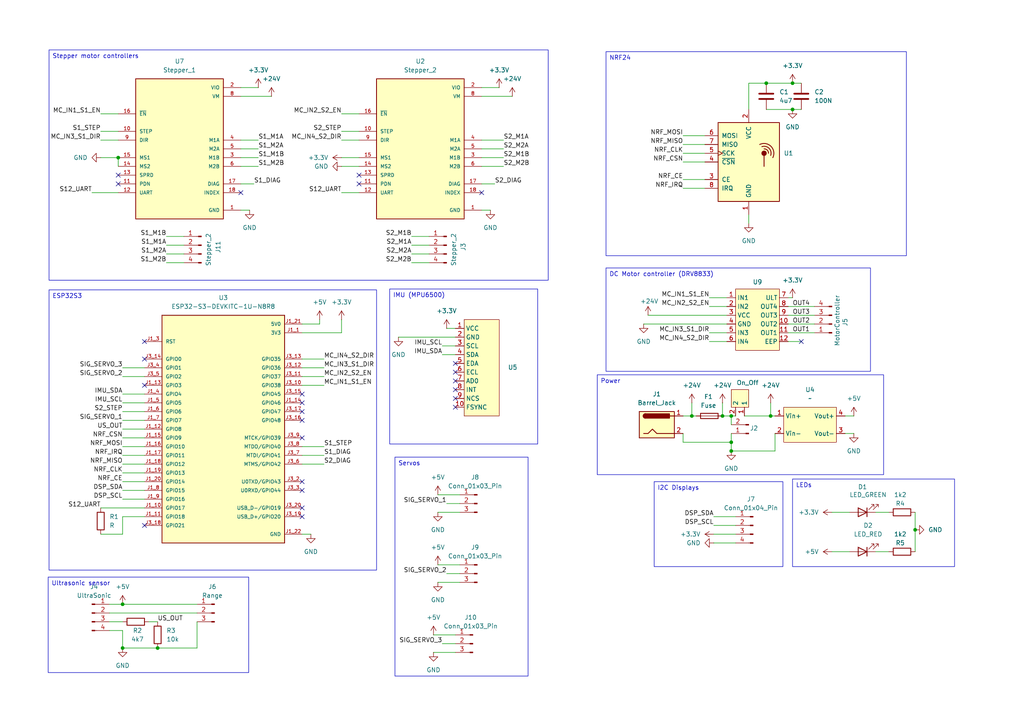
<source format=kicad_sch>
(kicad_sch (version 20250114) (generator "eeschema") (generator_version "9.0")
  (paper "A4")
  (title_block (title "Self balancing robot") (date "2026-02-25") (rev "1.0") (comment 1 "PCB to connect the various boards required for the self balancing robot project"))
  (lib_symbols
    (symbol "Connector:Conn_01x02_Pin" (pin_names (offset 1.016) (hide yes))
      (property "Reference" "J" (at 0 2.54 0))
      (property "Value" "Conn_01x02_Pin" (at 0 -5.08 0))
      (symbol "Conn_01x02_Pin_1_1"
        (pin passive line (at 5.08 0 180) (length 3.81) (name "Pin_1") (number "1"))
        (pin passive line (at 5.08 -2.54 180) (length 3.81) (name "Pin_2") (number "2"))
      )
    )
    (symbol "Connector:Conn_01x03_Pin" (pin_names (offset 1.016) (hide yes))
      (property "Reference" "J" (at 0 5.08 0))
      (property "Value" "Conn_01x03_Pin" (at 0 -5.08 0))
      (symbol "Conn_01x03_Pin_1_1"
        (pin passive line (at 5.08 2.54 180) (length 3.81) (name "Pin_1") (number "1"))
        (pin passive line (at 5.08 0 180) (length 3.81) (name "Pin_2") (number "2"))
        (pin passive line (at 5.08 -2.54 180) (length 3.81) (name "Pin_3") (number "3"))
      )
    )
    (symbol "Device:C" (pin_numbers (hide yes)) (pin_names (offset 0.254))
      (property "Reference" "C" (at 0.635 2.54 0))
      (property "Value" "C" (at 0.635 -2.54 0))
      (symbol "C_1_1"
        (pin passive line (at 0 3.81 270) (length 2.794) (name "~") (number "1"))
        (pin passive line (at 0 -3.81 90) (length 2.794) (name "~") (number "2"))
      )
    )
    (symbol "Device:LED" (pin_numbers (hide yes)) (pin_names (offset 1.016) (hide yes))
      (property "Reference" "D" (at 0 2.54 0))
      (property "Value" "LED" (at 0 -2.54 0))
      (symbol "LED_1_1"
        (pin passive line (at -3.81 0 0) (length 2.54) (name "K") (number "1"))
        (pin passive line (at 3.81 0 180) (length 2.54) (name "A") (number "2"))
      )
    )
    (symbol "Device:R" (pin_numbers (hide yes)) (pin_names (offset 0))
      (property "Reference" "R" (at 2.032 0 90))
      (property "Value" "R" (at 0 0 90))
      (symbol "R_1_1"
        (pin passive line (at 0 3.81 270) (length 1.27) (name "~") (number "1"))
        (pin passive line (at 0 -3.81 90) (length 1.27) (name "~") (number "2"))
      )
    )
    (symbol "Mechanical:MountingHole_Pad" (pin_numbers (hide yes)) (pin_names (offset 1.016) (hide yes)) (in_bom no)
      (property "Reference" "H" (at 0 6.35 0))
      (property "Value" "MountingHole_Pad" (at 0 4.445 0))
      (symbol "MountingHole_Pad_1_1"
        (pin input line (at 0 -2.54 90) (length 2.54) (name "1") (number "1"))
      )
    )
    (symbol "PVDW_custom:2Pin_generic"
      (property "Value" "CON**" (at 2.54 3.81 0))
      (symbol "2Pin_generic_1_1"
        (pin power_out line (at 7.62 1.27 180) (length 2.54) (name "1") (number "1"))
        (pin power_out line (at 7.62 -1.27 180) (length 2.54) (name "2") (number "2"))
      )
    )
    (symbol "PVDW_custom:Barrel_Jack" (pin_names (offset 1.016))
      (property "Reference" "J" (at 0 5.334 0))
      (property "Value" "Barrel_Jack" (at 0 -5.08 0))
      (symbol "Barrel_Jack_1_1"
        (pin power_out line (at 7.62 2.54 180) (length 2.54) (name "~") (number "1"))
        (pin power_out line (at 7.62 -2.54 180) (length 2.54) (name "~") (number "2"))
      )
    )
    (symbol "PVDW_custom:Conn_01x04_Pin" (pin_names (offset 1.016) (hide yes))
      (property "Reference" "J" (at 0 5.08 0))
      (property "Value" "Conn_01x04_Pin" (at 0 -7.62 0))
      (symbol "Conn_01x04_Pin_1_1"
        (pin passive line (at 5.08 2.54 180) (length 3.81) (name "Pin_1") (number "1"))
        (pin passive line (at 5.08 0 180) (length 3.81) (name "Pin_2") (number "2"))
        (pin passive line (at 5.08 -2.54 180) (length 3.81) (name "Pin_3") (number "3"))
        (pin passive line (at 5.08 -5.08 180) (length 3.81) (name "Pin_4") (number "4"))
      )
    )
    (symbol "PVDW_custom:ESP32-S3-DEVKITC-1U-N8R8" (pin_names (offset 1.016))
      (property "Reference" "U" (at -17.78 33.782 0))
      (property "Value" "ESP32-S3-DEVKITC-1U-N8R8" (at -17.78 -35.56 0))
      (symbol "ESP32-S3-DEVKITC-1U-N8R8_0_0"
        (pin input line (at -22.86 25.4 0) (length 5.08) (name "RST") (number "J1_3"))
        (pin bidirectional line (at -22.86 20.32 0) (length 5.08) (name "GPIO0") (number "J3_14"))
        (pin bidirectional line (at -22.86 17.78 0) (length 5.08) (name "GPIO1") (number "J3_4"))
        (pin bidirectional line (at -22.86 15.24 0) (length 5.08) (name "GPIO2") (number "J3_5"))
        (pin bidirectional line (at -22.86 12.7 0) (length 5.08) (name "GPIO3") (number "J1_13"))
        (pin bidirectional line (at -22.86 10.16 0) (length 5.08) (name "GPIO4") (number "J1_4"))
        (pin bidirectional line (at -22.86 7.62 0) (length 5.08) (name "GPIO5") (number "J1_5"))
        (pin bidirectional line (at -22.86 5.08 0) (length 5.08) (name "GPIO6") (number "J1_6"))
        (pin bidirectional line (at -22.86 2.54 0) (length 5.08) (name "GPIO7") (number "J1_7"))
        (pin bidirectional line (at -22.86 0 0) (length 5.08) (name "GPIO8") (number "J1_12"))
        (pin bidirectional line (at -22.86 -2.54 0) (length 5.08) (name "GPIO9") (number "J1_15"))
        (pin bidirectional line (at -22.86 -5.08 0) (length 5.08) (name "GPIO10") (number "J1_16"))
        (pin bidirectional line (at -22.86 -7.62 0) (length 5.08) (name "GPIO11") (number "J1_17"))
        (pin bidirectional line (at -22.86 -10.16 0) (length 5.08) (name "GPIO12") (number "J1_18"))
        (pin bidirectional line (at -22.86 -12.7 0) (length 5.08) (name "GPIO13") (number "J1_19"))
        (pin bidirectional line (at -22.86 -15.24 0) (length 5.08) (name "GPIO14") (number "J1_20"))
        (pin bidirectional line (at -22.86 -17.78 0) (length 5.08) (name "GPIO15") (number "J1_8"))
        (pin bidirectional line (at -22.86 -20.32 0) (length 5.08) (name "GPIO16") (number "J1_9"))
        (pin bidirectional line (at -22.86 -22.86 0) (length 5.08) (name "GPIO17") (number "J1_10"))
        (pin bidirectional line (at -22.86 -25.4 0) (length 5.08) (name "GPIO18") (number "J1_11"))
        (pin bidirectional line (at -22.86 -27.94 0) (length 5.08) (name "GPIO21") (number "J3_18"))
        (pin power_in line (at 22.86 30.48 180) (length 5.08) (name "5V0") (number "J1_21"))
        (pin power_in line (at 22.86 27.94 180) (length 5.08) (hide yes) (name "3V3") (number "J1_2"))
        (pin bidirectional line (at 22.86 20.32 180) (length 5.08) (name "GPIO35") (number "J3_13"))
        (pin bidirectional line (at 22.86 17.78 180) (length 5.08) (name "GPIO36") (number "J3_12"))
        (pin bidirectional line (at 22.86 15.24 180) (length 5.08) (name "GPIO37") (number "J3_11"))
        (pin bidirectional line (at 22.86 12.7 180) (length 5.08) (name "GPIO38") (number "J3_10"))
        (pin bidirectional line (at 22.86 10.16 180) (length 5.08) (name "GPIO45") (number "J3_15"))
        (pin bidirectional line (at 22.86 7.62 180) (length 5.08) (name "GPIO46") (number "J1_14"))
        (pin bidirectional line (at 22.86 5.08 180) (length 5.08) (name "GPIO47") (number "J3_17"))
        (pin bidirectional line (at 22.86 2.54 180) (length 5.08) (name "GPIO48") (number "J3_16"))
        (pin bidirectional line (at 22.86 -2.54 180) (length 5.08) (name "MTCK/GPIO39") (number "J3_9"))
        (pin bidirectional line (at 22.86 -5.08 180) (length 5.08) (name "MTDO/GPIO40") (number "J3_8"))
        (pin bidirectional line (at 22.86 -7.62 180) (length 5.08) (name "MTDI/GPIO41") (number "J3_7"))
        (pin bidirectional line (at 22.86 -10.16 180) (length 5.08) (name "MTMS/GPIO42") (number "J3_6"))
        (pin bidirectional line (at 22.86 -15.24 180) (length 5.08) (name "U0TXD/GPIO43") (number "J3_2"))
        (pin bidirectional line (at 22.86 -17.78 180) (length 5.08) (name "U0RXD/GPIO44") (number "J3_3"))
        (pin bidirectional line (at 22.86 -22.86 180) (length 5.08) (name "USB_D-/GPIO19") (number "J3_20"))
        (pin bidirectional line (at 22.86 -25.4 180) (length 5.08) (name "USB_D+/GPIO20") (number "J3_19"))
        (pin power_in line (at 22.86 -30.48 180) (length 5.08) (name "GND") (number "J1_22"))
        (pin power_in line (at 22.86 -30.48 180) (length 5.08) (hide yes) (name "GND") (number "J3_1"))
        (pin power_in line (at 22.86 -30.48 180) (length 5.08) (hide yes) (name "GND") (number "J3_21"))
        (pin power_in line (at 22.86 -30.48 180) (length 5.08) (hide yes) (name "GND") (number "J3_22"))
      )
      (symbol "ESP32-S3-DEVKITC-1U-N8R8_1_0"
        (pin power_out line (at 22.86 27.94 180) (length 5.08) (name "3V3") (number "J1_1"))
      )
    )
    (symbol "PVDW_custom:Fuse" (pin_numbers (hide yes)) (pin_names (offset 0))
      (property "Reference" "F" (at 2.032 0 90))
      (property "Value" "Fuse" (at -1.905 0 90))
      (property "Footprint" "PVDW_custom:FUSE_3544-2" (at -1.778 0 90))
      (symbol "Fuse_1_1"
        (pin passive line (at 0 3.81 270) (length 1.27) (name "~") (number "1"))
        (pin passive line (at 0 -3.81 90) (length 1.27) (name "~") (number "2"))
      )
    )
    (symbol "PVDW_custom:LM1584EN"
      (property "Reference" "U" (at 0 0 0))
      (symbol "LM1584EN_1_1"
        (pin power_in line (at -10.16 2.54 0) (length 2.54) (name "Vin+") (number "1"))
        (pin power_in line (at -10.16 -2.54 0) (length 2.54) (name "Vin-") (number "2"))
        (pin power_out line (at 10.16 2.54 180) (length 2.54) (name "Vout+") (number "4"))
        (pin power_in line (at 10.16 -2.54 180) (length 2.54) (name "Vout-") (number "3"))
      )
    )
    (symbol "PVDW_custom:MPU6500"
      (property "Reference" "U" (at 2.54 0 0))
      (symbol "MPU6500_1_1"
        (pin power_in line (at -7.62 12.7 0) (length 2.54) (name "VCC") (number "1"))
        (pin power_in line (at -7.62 10.16 0) (length 2.54) (name "GND") (number "2"))
        (pin bidirectional line (at -7.62 7.62 0) (length 2.54) (name "SCL") (number "3"))
        (pin bidirectional line (at -7.62 5.08 0) (length 2.54) (name "SDA") (number "4"))
        (pin input line (at -7.62 2.54 0) (length 2.54) (name "EDA") (number "5"))
        (pin input line (at -7.62 0 0) (length 2.54) (name "ECL") (number "6"))
        (pin input line (at -7.62 -2.54 0) (length 2.54) (name "AD0") (number "7"))
        (pin input line (at -7.62 -5.08 0) (length 2.54) (name "INT") (number "8"))
        (pin input line (at -7.62 -7.62 0) (length 2.54) (name "NCS") (number "9"))
        (pin input line (at -7.62 -10.16 0) (length 2.54) (name "FSYNC") (number "10"))
      )
    )
    (symbol "PVDW_custom:NRF24L01_Breakout" (pin_names (offset 1.016))
      (property "Reference" "U" (at -8.89 12.7 0))
      (property "Value" "NRF24L01_Breakout" (at 3.81 12.7 0))
      (property "Footprint" "PVDW_custom:nRF24L01_Breakout" (at 3.81 15.24 0))
      (symbol "NRF24L01_Breakout_1_1"
        (pin input line (at -12.7 7.62 0) (length 3.81) (name "MOSI") (number "6"))
        (pin output line (at -12.7 5.08 0) (length 3.81) (name "MISO") (number "7"))
        (pin input clock (at -12.7 2.54 0) (length 3.81) (name "SCK") (number "5"))
        (pin input line (at -12.7 0 0) (length 3.81) (name "~{CSN}") (number "4"))
        (pin input line (at -12.7 -5.08 0) (length 3.81) (name "CE") (number "3"))
        (pin output line (at -12.7 -7.62 0) (length 3.81) (name "IRQ") (number "8"))
        (pin power_in line (at 0 15.24 270) (length 3.81) (name "VCC") (number "2"))
        (pin power_in line (at 0 -15.24 90) (length 3.81) (name "GND") (number "1"))
      )
    )
    (symbol "PVDW_custom:TMC2209_SILENTSTEPSTICK" (pin_names (offset 1.016))
      (property "Reference" "U" (at -12.7 22.86 0))
      (property "Value" "TMC2209_SILENTSTEPSTICK" (at -12.7 -22.86 0))
      (symbol "TMC2209_SILENTSTEPSTICK_0_0"
        (pin input line (at -17.78 10.16 0) (length 5.08) (name "~{EN}") (number "16"))
        (pin input line (at -17.78 5.08 0) (length 5.08) (name "STEP") (number "10"))
        (pin input line (at -17.78 2.54 0) (length 5.08) (name "DIR") (number "9"))
        (pin input line (at -17.78 -2.54 0) (length 5.08) (name "MS1") (number "15"))
        (pin input line (at -17.78 -5.08 0) (length 5.08) (name "MS2") (number "14"))
        (pin input line (at -17.78 -7.62 0) (length 5.08) (name "SPRD") (number "13"))
        (pin bidirectional line (at -17.78 -10.16 0) (length 5.08) (name "PDN") (number "11"))
        (pin bidirectional line (at -17.78 -12.7 0) (length 5.08) (name "UART") (number "12"))
        (pin power_in line (at 17.78 17.78 180) (length 5.08) (name "VIO") (number "2"))
        (pin power_in line (at 17.78 15.24 180) (length 5.08) (name "VM") (number "8"))
        (pin power_in line (at 17.78 -17.78 180) (length 5.08) (name "GND") (number "1"))
        (pin power_in line (at 17.78 -17.78 180) (length 5.08) (hide yes) (name "GND") (number "7"))
      )
      (symbol "TMC2209_SILENTSTEPSTICK_1_0"
        (pin input line (at 17.78 2.54 180) (length 5.08) (name "M1A") (number "4"))
        (pin input line (at 17.78 0 180) (length 5.08) (name "M2A") (number "5"))
        (pin input line (at 17.78 -2.54 180) (length 5.08) (name "M1B") (number "3"))
        (pin input line (at 17.78 -5.08 180) (length 5.08) (name "M2B") (number "6"))
        (pin output line (at 17.78 -10.16 180) (length 5.08) (name "DIAG") (number "17"))
        (pin output line (at 17.78 -12.7 180) (length 5.08) (name "INDEX") (number "18"))
      )
    )
    (symbol "PVDW_custom:drv8833_board"
      (property "Reference" "U" (at 0 0 0))
      (symbol "drv8833_board_1_1"
        (pin input line (at -8.89 6.35 0) (length 2.54) (name "IN1") (number "1"))
        (pin input line (at -8.89 3.81 0) (length 2.54) (name "IN2") (number "2"))
        (pin power_in line (at -8.89 1.27 0) (length 2.54) (name "VCC") (number "3"))
        (pin power_in line (at -8.89 -1.27 0) (length 2.54) (name "GND") (number "4"))
        (pin input line (at -8.89 -3.81 0) (length 2.54) (name "IN3") (number "5"))
        (pin input line (at -8.89 -6.35 0) (length 2.54) (name "IN4") (number "6"))
        (pin output line (at 8.89 6.35 180) (length 2.54) (name "ULT") (number "7"))
        (pin output line (at 8.89 3.81 180) (length 2.54) (name "OUT4") (number "8"))
        (pin output line (at 8.89 1.27 180) (length 2.54) (name "OUT3") (number "9"))
        (pin output line (at 8.89 -1.27 180) (length 2.54) (name "OUT2") (number "10"))
        (pin output line (at 8.89 -3.81 180) (length 2.54) (name "OUT1") (number "11"))
        (pin output line (at 8.89 -6.35 180) (length 2.54) (name "EEP") (number "12"))
      )
    )
    (symbol "power:+24V" (power) (pin_numbers (hide yes)) (pin_names (offset 0) (hide yes))
      (property "Value" "+24V" (at 0 3.556 0))
      (symbol "+24V_1_1"
        (pin power_in line (at 0 0 90) (length 0) (name "~") (number "1"))
      )
    )
    (symbol "power:+3.3V" (power) (pin_numbers (hide yes)) (pin_names (offset 0) (hide yes))
      (property "Value" "+3.3V" (at 0 3.556 0))
      (symbol "+3.3V_1_1"
        (pin power_in line (at 0 0 90) (length 0) (name "~") (number "1"))
      )
    )
    (symbol "power:+5V" (power) (pin_numbers (hide yes)) (pin_names (offset 0) (hide yes))
      (property "Value" "+5V" (at 0 3.556 0))
      (symbol "+5V_1_1"
        (pin power_in line (at 0 0 90) (length 0) (name "~") (number "1"))
      )
    )
    (symbol "power:GND" (power) (pin_numbers (hide yes)) (pin_names (offset 0) (hide yes))
      (property "Value" "GND" (at 0 -3.81 0))
      (symbol "GND_1_1"
        (pin power_in line (at 0 0 270) (length 0) (name "~") (number "1"))
      )
    )
  )
  (text_box "Servos" (at 114.554 132.588 0) (size 38.608 63.5) (margins 0.9525 0.9525 0.9525 0.9525) (effects (font (size 1.27 1.27)) (justify left top)))
  (text_box "NRF24" (at 175.768 14.986 0) (size 87.122 59.182) (margins 0.9525 0.9525 0.9525 0.9525) (effects (font (size 1.27 1.27)) (justify left top)))
  (text_box "Stepper motor controllers" (at 14.224 14.478 0) (size 144.78 66.802) (margins 0.9525 0.9525 0.9525 0.9525) (effects (font (size 1.27 1.27)) (justify left top)))
  (text_box "Power" (at 173.228 108.712 0) (size 83.058 28.956) (margins 0.9525 0.9525 0.9525 0.9525) (effects (font (size 1.27 1.27)) (justify left top)))
  (text_box "LEDs" (at 229.87 138.938 0) (size 46.99 25.4) (margins 0.9525 0.9525 0.9525 0.9525) (effects (font (size 1.27 1.27)) (justify left top)))
  (text_box "I2C Displays" (at 189.738 139.7 0) (size 37.338 24.638) (margins 0.9525 0.9525 0.9525 0.9525) (effects (font (size 1.27 1.27)) (justify left top)))
  (text_box "IMU (MPU6500)" (at 113.03 83.82 0) (size 42.926 44.958) (margins 0.9525 0.9525 0.9525 0.9525) (effects (font (size 1.27 1.27)) (justify left top)))
  (text_box "DC Motor controller (DRV8833)" (at 175.768 77.724 0) (size 76.708 29.972) (margins 0.9525 0.9525 0.9525 0.9525) (effects (font (size 1.27 1.27)) (justify left top)))
  (text_box "Ultrasonic sensor" (at 13.97 167.386 0) (size 58.166 27.686) (margins 0.9525 0.9525 0.9525 0.9525) (effects (font (size 1.27 1.27)) (justify left top)))
  (text_box "ESP32S3" (at 14.224 84.074 0) (size 94.996 81.28) (margins 0.9525 0.9525 0.9525 0.9525) (effects (font (size 1.27 1.27)) (justify left top)))
  (junction (at 265.43 153.67))
  (junction (at 45.72 187.96))
  (junction (at 212.09 120.65))
  (junction (at 212.09 130.81))
  (junction (at 222.25 24.13))
  (junction (at 229.87 24.13))
  (junction (at 35.56 175.26))
  (junction (at 223.52 120.65))
  (junction (at 35.56 187.96))
  (junction (at 229.87 31.75))
  (junction (at 212.09 128.27))
  (junction (at 200.66 120.65))
  (junction (at 209.55 120.65))
  (junction (at 34.29 45.72))
  (no_connect (at 41.91 152.4))
  (no_connect (at 41.91 111.76))
  (no_connect (at 132.08 118.11))
  (no_connect (at 132.08 113.03))
  (no_connect (at 232.41 99.06))
  (no_connect (at 41.91 99.06))
  (no_connect (at 87.63 121.92))
  (no_connect (at 34.29 53.34))
  (no_connect (at 34.29 50.8))
  (no_connect (at 87.63 127))
  (no_connect (at 139.7 55.88))
  (no_connect (at 87.63 149.86))
  (no_connect (at 41.91 104.14))
  (no_connect (at 132.08 110.49))
  (no_connect (at 87.63 139.7))
  (no_connect (at 132.08 115.57))
  (no_connect (at 104.14 50.8))
  (no_connect (at 104.14 53.34))
  (no_connect (at 87.63 147.32))
  (no_connect (at 87.63 114.3))
  (no_connect (at 132.08 107.95))
  (no_connect (at 69.85 55.88))
  (no_connect (at 87.63 116.84))
  (no_connect (at 87.63 119.38))
  (no_connect (at 132.08 105.41))
  (no_connect (at 87.63 142.24))
  (wire (pts (xy 139.7 25.4) (xy 144.78 25.4)))
  (wire (pts (xy 87.63 154.94) (xy 90.17 154.94)))
  (wire (pts (xy 119.38 68.58) (xy 124.46 68.58)))
  (wire (pts (xy 48.26 73.66) (xy 53.34 73.66)))
  (wire (pts (xy 229.87 24.13) (xy 232.41 24.13)))
  (wire (pts (xy 228.6 93.98) (xy 236.22 93.98)))
  (wire (pts (xy 35.56 154.94) (xy 29.21 154.94)))
  (wire (pts (xy 99.06 96.52) (xy 99.06 92.71)))
  (wire (pts (xy 31.75 182.88) (xy 35.56 182.88)))
  (wire (pts (xy 29.21 147.32) (xy 41.91 147.32)))
  (wire (pts (xy 99.06 55.88) (xy 104.14 55.88)))
  (wire (pts (xy 254 160.02) (xy 257.81 160.02)))
  (wire (pts (xy 99.06 33.02) (xy 104.14 33.02)))
  (wire (pts (xy 35.56 187.96) (xy 45.72 187.96)))
  (wire (pts (xy 129.54 95.25) (xy 132.08 95.25)))
  (wire (pts (xy 217.17 24.13) (xy 217.17 31.75)))
  (wire (pts (xy 224.79 130.81) (xy 212.09 130.81)))
  (wire (pts (xy 87.63 104.14) (xy 93.98 104.14)))
  (wire (pts (xy 205.74 99.06) (xy 210.82 99.06)))
  (wire (pts (xy 186.69 93.98) (xy 210.82 93.98)))
  (wire (pts (xy 228.6 86.36) (xy 229.87 86.36)))
  (wire (pts (xy 241.3 160.02) (xy 246.38 160.02)))
  (wire (pts (xy 48.26 68.58) (xy 53.34 68.58)))
  (wire (pts (xy 35.56 106.68) (xy 41.91 106.68)))
  (wire (pts (xy 87.63 129.54) (xy 93.98 129.54)))
  (wire (pts (xy 35.56 109.22) (xy 41.91 109.22)))
  (wire (pts (xy 119.38 71.12) (xy 124.46 71.12)))
  (wire (pts (xy 35.56 182.88) (xy 35.56 187.96)))
  (wire (pts (xy 129.54 166.37) (xy 133.35 166.37)))
  (wire (pts (xy 207.01 149.86) (xy 213.36 149.86)))
  (wire (pts (xy 200.66 120.65) (xy 201.93 120.65)))
  (wire (pts (xy 212.09 125.73) (xy 212.09 128.27)))
  (wire (pts (xy 207.01 154.94) (xy 213.36 154.94)))
  (wire (pts (xy 222.25 24.13) (xy 229.87 24.13)))
  (wire (pts (xy 129.54 146.05) (xy 133.35 146.05)))
  (wire (pts (xy 198.12 44.45) (xy 204.47 44.45)))
  (wire (pts (xy 207.01 152.4) (xy 213.36 152.4)))
  (wire (pts (xy 99.06 45.72) (xy 104.14 45.72)))
  (wire (pts (xy 139.7 48.26) (xy 146.05 48.26)))
  (wire (pts (xy 127 163.83) (xy 133.35 163.83)))
  (wire (pts (xy 87.63 109.22) (xy 93.98 109.22)))
  (wire (pts (xy 34.29 45.72) (xy 34.29 48.26)))
  (wire (pts (xy 35.56 114.3) (xy 41.91 114.3)))
  (wire (pts (xy 57.15 180.34) (xy 57.15 187.96)))
  (wire (pts (xy 139.7 43.18) (xy 146.05 43.18)))
  (wire (pts (xy 87.63 132.08) (xy 93.98 132.08)))
  (wire (pts (xy 228.6 96.52) (xy 236.22 96.52)))
  (wire (pts (xy 198.12 128.27) (xy 198.12 125.73)))
  (wire (pts (xy 119.38 76.2) (xy 124.46 76.2)))
  (wire (pts (xy 127 168.91) (xy 133.35 168.91)))
  (wire (pts (xy 69.85 48.26) (xy 74.93 48.26)))
  (wire (pts (xy 265.43 153.67) (xy 265.43 160.02)))
  (wire (pts (xy 69.85 25.4) (xy 74.93 25.4)))
  (wire (pts (xy 200.66 116.84) (xy 200.66 120.65)))
  (wire (pts (xy 35.56 119.38) (xy 41.91 119.38)))
  (wire (pts (xy 265.43 148.59) (xy 265.43 153.67)))
  (wire (pts (xy 26.67 55.88) (xy 34.29 55.88)))
  (wire (pts (xy 198.12 39.37) (xy 204.47 39.37)))
  (wire (pts (xy 31.75 177.8) (xy 57.15 177.8)))
  (wire (pts (xy 207.01 157.48) (xy 213.36 157.48)))
  (wire (pts (xy 139.7 40.64) (xy 146.05 40.64)))
  (wire (pts (xy 125.73 189.23) (xy 132.08 189.23)))
  (wire (pts (xy 92.71 93.98) (xy 92.71 92.71)))
  (wire (pts (xy 223.52 116.84) (xy 223.52 120.65)))
  (wire (pts (xy 31.75 175.26) (xy 35.56 175.26)))
  (wire (pts (xy 69.85 27.94) (xy 78.74 27.94)))
  (wire (pts (xy 87.63 111.76) (xy 93.98 111.76)))
  (wire (pts (xy 222.25 31.75) (xy 229.87 31.75)))
  (wire (pts (xy 209.55 116.84) (xy 209.55 120.65)))
  (wire (pts (xy 127 143.51) (xy 133.35 143.51)))
  (wire (pts (xy 205.74 86.36) (xy 210.82 86.36)))
  (wire (pts (xy 198.12 46.99) (xy 204.47 46.99)))
  (wire (pts (xy 198.12 41.91) (xy 204.47 41.91)))
  (wire (pts (xy 35.56 132.08) (xy 41.91 132.08)))
  (wire (pts (xy 128.27 100.33) (xy 132.08 100.33)))
  (wire (pts (xy 35.56 121.92) (xy 41.91 121.92)))
  (wire (pts (xy 35.56 137.16) (xy 41.91 137.16)))
  (wire (pts (xy 241.3 148.59) (xy 246.38 148.59)))
  (wire (pts (xy 228.6 88.9) (xy 236.22 88.9)))
  (wire (pts (xy 228.6 91.44) (xy 236.22 91.44)))
  (wire (pts (xy 254 148.59) (xy 257.81 148.59)))
  (wire (pts (xy 35.56 149.86) (xy 35.56 154.94)))
  (wire (pts (xy 139.7 27.94) (xy 148.59 27.94)))
  (wire (pts (xy 223.52 120.65) (xy 224.79 120.65)))
  (wire (pts (xy 29.21 40.64) (xy 34.29 40.64)))
  (wire (pts (xy 128.27 102.87) (xy 132.08 102.87)))
  (wire (pts (xy 212.09 120.65) (xy 213.36 120.65)))
  (wire (pts (xy 228.6 99.06) (xy 232.41 99.06)))
  (wire (pts (xy 125.73 184.15) (xy 132.08 184.15)))
  (wire (pts (xy 119.38 73.66) (xy 124.46 73.66)))
  (wire (pts (xy 69.85 40.64) (xy 74.93 40.64)))
  (wire (pts (xy 205.74 88.9) (xy 210.82 88.9)))
  (wire (pts (xy 209.55 120.65) (xy 212.09 120.65)))
  (wire (pts (xy 99.06 48.26) (xy 104.14 48.26)))
  (wire (pts (xy 87.63 134.62) (xy 93.98 134.62)))
  (wire (pts (xy 139.7 53.34) (xy 143.51 53.34)))
  (wire (pts (xy 43.18 180.34) (xy 45.72 180.34)))
  (wire (pts (xy 115.57 97.79) (xy 132.08 97.79)))
  (wire (pts (xy 35.56 175.26) (xy 57.15 175.26)))
  (wire (pts (xy 35.56 127) (xy 41.91 127)))
  (wire (pts (xy 212.09 120.65) (xy 212.09 123.19)))
  (wire (pts (xy 212.09 130.81) (xy 212.09 128.27)))
  (wire (pts (xy 87.63 93.98) (xy 92.71 93.98)))
  (wire (pts (xy 35.56 139.7) (xy 41.91 139.7)))
  (wire (pts (xy 198.12 120.65) (xy 200.66 120.65)))
  (wire (pts (xy 29.21 33.02) (xy 34.29 33.02)))
  (wire (pts (xy 69.85 60.96) (xy 72.39 60.96)))
  (wire (pts (xy 57.15 187.96) (xy 45.72 187.96)))
  (wire (pts (xy 139.7 60.96) (xy 142.24 60.96)))
  (wire (pts (xy 139.7 45.72) (xy 146.05 45.72)))
  (wire (pts (xy 35.56 116.84) (xy 41.91 116.84)))
  (wire (pts (xy 35.56 129.54) (xy 41.91 129.54)))
  (wire (pts (xy 245.11 125.73) (xy 247.65 125.73)))
  (wire (pts (xy 99.06 38.1) (xy 104.14 38.1)))
  (wire (pts (xy 69.85 43.18) (xy 74.93 43.18)))
  (wire (pts (xy 127 148.59) (xy 133.35 148.59)))
  (wire (pts (xy 48.26 71.12) (xy 53.34 71.12)))
  (wire (pts (xy 224.79 125.73) (xy 224.79 130.81)))
  (wire (pts (xy 222.25 24.13) (xy 217.17 24.13)))
  (wire (pts (xy 69.85 45.72) (xy 74.93 45.72)))
  (wire (pts (xy 29.21 38.1) (xy 34.29 38.1)))
  (wire (pts (xy 87.63 96.52) (xy 99.06 96.52)))
  (wire (pts (xy 29.21 45.72) (xy 34.29 45.72)))
  (wire (pts (xy 198.12 54.61) (xy 204.47 54.61)))
  (wire (pts (xy 35.56 124.46) (xy 41.91 124.46)))
  (wire (pts (xy 229.87 31.75) (xy 232.41 31.75)))
  (wire (pts (xy 198.12 52.07) (xy 204.47 52.07)))
  (wire (pts (xy 245.11 120.65) (xy 247.65 120.65)))
  (wire (pts (xy 217.17 62.23) (xy 217.17 64.77)))
  (wire (pts (xy 31.75 180.34) (xy 35.56 180.34)))
  (wire (pts (xy 35.56 142.24) (xy 41.91 142.24)))
  (wire (pts (xy 87.63 106.68) (xy 93.98 106.68)))
  (wire (pts (xy 69.85 53.34) (xy 73.66 53.34)))
  (wire (pts (xy 35.56 134.62) (xy 41.91 134.62)))
  (wire (pts (xy 48.26 76.2) (xy 53.34 76.2)))
  (wire (pts (xy 41.91 149.86) (xy 35.56 149.86)))
  (wire (pts (xy 128.27 186.69) (xy 132.08 186.69)))
  (wire (pts (xy 212.09 128.27) (xy 198.12 128.27)))
  (wire (pts (xy 187.96 91.44) (xy 210.82 91.44)))
  (wire (pts (xy 205.74 96.52) (xy 210.82 96.52)))
  (wire (pts (xy 215.9 120.65) (xy 223.52 120.65)))
  (wire (pts (xy 35.56 144.78) (xy 41.91 144.78)))
  (wire (pts (xy 99.06 40.64) (xy 104.14 40.64)))
  (label "MC_IN3_S1_DIR" (at 93.98 106.68 0))
  (label "NRF_CLK" (at 35.56 137.16 180))
  (label "MC_IN4_S2_DIR" (at 99.06 40.64 180))
  (label "MC_IN2_S2_EN" (at 93.98 109.22 0))
  (label "SIG_SERVO_1" (at 35.56 121.92 180))
  (label "NRF_MISO" (at 198.12 41.91 180))
  (label "NRF_MOSI" (at 35.56 129.54 180))
  (label "SIG_SERVO_2" (at 35.56 109.22 180))
  (label "SIG_SERVO_2" (at 129.54 166.37 180))
  (label "NRF_CE" (at 35.56 139.7 180))
  (label "SIG_SERVO_1" (at 129.54 146.05 180))
  (label "S2_M1A" (at 119.38 71.12 180))
  (label "DSP_SDA" (at 207.01 149.86 180))
  (label "S1_M1A" (at 74.93 40.64 0))
  (label "MC_IN4_S2_DIR" (at 205.74 99.06 180))
  (label "US_OUT" (at 45.72 180.34 0))
  (label "IMU_SDA" (at 35.56 114.3 180))
  (label "MC_IN3_S1_DIR" (at 29.21 40.64 180))
  (label "NRF_CSN" (at 198.12 46.99 180))
  (label "S1_STEP" (at 93.98 129.54 0))
  (label "S2_M2B" (at 119.38 76.2 180))
  (label "S2_M1A" (at 146.05 40.64 0))
  (label "S2_DIAG" (at 93.98 134.62 0))
  (label "NRF_MOSI" (at 198.12 39.37 180))
  (label "NRF_IRQ" (at 35.56 132.08 180))
  (label "OUT4" (at 229.87 88.9 0))
  (label "S2_M2A" (at 146.05 43.18 0))
  (label "S12_UART" (at 99.06 55.88 180))
  (label "S2_M1B" (at 146.05 45.72 0))
  (label "NRF_IRQ" (at 198.12 54.61 180))
  (label "DSP_SDA" (at 35.56 142.24 180))
  (label "S2_STEP" (at 99.06 38.1 180))
  (label "NRF_MISO" (at 35.56 134.62 180))
  (label "IMU_SCL" (at 35.56 116.84 180))
  (label "IMU_SDA" (at 128.27 102.87 180))
  (label "S1_DIAG" (at 73.66 53.34 0))
  (label "IMU_SCL" (at 128.27 100.33 180))
  (label "S1_M2A" (at 48.26 73.66 180))
  (label "S1_M1B" (at 48.26 68.58 180))
  (label "OUT3" (at 229.87 91.44 0))
  (label "S1_M1A" (at 48.26 71.12 180))
  (label "NRF_CE" (at 198.12 52.07 180))
  (label "S12_UART" (at 29.21 147.32 180))
  (label "S1_M2A" (at 74.93 43.18 0))
  (label "S2_M2B" (at 146.05 48.26 0))
  (label "SIG_SERVO_3" (at 128.27 186.69 180))
  (label "DSP_SCL" (at 207.01 152.4 180))
  (label "MC_IN4_S2_DIR" (at 93.98 104.14 0))
  (label "S2_M2A" (at 119.38 73.66 180))
  (label "S1_DIAG" (at 93.98 132.08 0))
  (label "MC_IN1_S1_EN" (at 205.74 86.36 180))
  (label "S1_M2B" (at 74.93 48.26 0))
  (label "MC_IN1_S1_EN" (at 29.21 33.02 180))
  (label "S2_DIAG" (at 143.51 53.34 0))
  (label "S2_M1B" (at 119.38 68.58 180))
  (label "SIG_SERVO_3" (at 35.56 106.68 180))
  (label "DSP_SCL" (at 35.56 144.78 180))
  (label "MC_IN2_S2_EN" (at 99.06 33.02 180))
  (label "MC_IN1_S1_EN" (at 93.98 111.76 0))
  (label "S1_STEP" (at 29.21 38.1 180))
  (label "MC_IN3_S1_DIR" (at 205.74 96.52 180))
  (label "OUT2" (at 229.87 93.98 0))
  (label "S1_M1B" (at 74.93 45.72 0))
  (label "NRF_CSN" (at 35.56 127 180))
  (label "S12_UART" (at 26.67 55.88 180))
  (label "NRF_CLK" (at 198.12 44.45 180))
  (label "US_OUT" (at 35.56 124.46 180))
  (label "S2_STEP" (at 35.56 119.38 180))
  (label "S1_M2B" (at 48.26 76.2 180))
  (label "MC_IN2_S2_EN" (at 205.74 88.9 180))
  (label "OUT1" (at 229.87 96.52 0))
  (symbol (lib_id "power:GND") (at 142.24 60.96 0) (unit 1)
    (property "Reference" "#PWR06" (effects (hide yes)))
    (property "Value" "GND" (at 142.24 66.04 0))
    (property "Description" "Power symbol creates a global label with name \"GND\" , ground" (effects (hide yes)))
  )
  (symbol (lib_id "power:+24V") (at 78.74 27.94 0) (unit 1)
    (property "Reference" "#PWR03" (effects (hide yes)))
    (property "Value" "+24V" (at 78.74 22.86 0))
    (property "Description" "Power symbol creates a global label with name \"+24V\"" (effects (hide yes)))
  )
  (symbol (lib_id "Device:R") (at 261.62 160.02 270) (unit 1)
    (property "Reference" "R5" (at 261.112 157.48 90))
    (property "Value" "1k2" (at 261.112 154.94 90))
    (property "Footprint" "Resistor_SMD:R_0805_2012Metric_Pad1.20x1.40mm_HandSolder" (effects (hide yes)))
    (property "Description" "Resistor" (effects (hide yes)))
  )
  (symbol (lib_id "PVDW_custom:Conn_01x04_Pin") (at 218.44 152.4 0) (mirror y) (unit 1)
    (property "Reference" "J7" (at 217.805 144.78 0))
    (property "Value" "Conn_01x04_Pin" (at 217.805 147.32 0))
    (property "Footprint" "PVDW_custom:Connector_1x4_p2.54_vertical_stepper" (effects (hide yes)))
    (property "Description" "Generic connector, single row, 01x04, script generated" (effects (hide yes)))
  )
  (symbol (lib_id "Device:R") (at 29.21 151.13 0) (unit 1)
    (property "Reference" "R1" (at 31.75 149.8599 0) (effects (justify left)))
    (property "Value" "R" (at 31.75 152.3999 0) (effects (justify left)))
    (property "Footprint" "LED_SMD:LED_0805_2012Metric_Pad1.15x1.40mm_HandSolder" (effects (hide yes)))
    (property "Description" "Resistor" (effects (hide yes)))
  )
  (symbol (lib_id "power:GND") (at 229.87 31.75 0) (unit 1)
    (property "Reference" "#PWR012" (effects (hide yes)))
    (property "Value" "GND" (at 229.87 36.83 0))
    (property "Description" "Power symbol creates a global label with name \"GND\" , ground" (effects (hide yes)))
  )
  (symbol (lib_id "PVDW_custom:MPU6500") (at 139.7 107.95 0) (unit 1)
    (property "Reference" "U5" (at 147.32 106.5529 0) (effects (justify left)))
    (property "Footprint" "PVDW_custom:MPU6500" (effects (hide yes)))
  )
  (symbol (lib_id "power:GND") (at 186.69 93.98 0) (unit 1)
    (property "Reference" "#PWR016" (effects (hide yes)))
    (property "Value" "GND" (at 186.69 99.06 0))
    (property "Description" "Power symbol creates a global label with name \"GND\" , ground" (effects (hide yes)))
  )
  (symbol (lib_id "power:GND") (at 207.01 157.48 270) (unit 1)
    (property "Reference" "#PWR024" (effects (hide yes)))
    (property "Value" "GND" (at 203.2 157.4799 90) (effects (justify right)))
    (property "Description" "Power symbol creates a global label with name \"GND\" , ground" (effects (hide yes)))
  )
  (symbol (lib_id "Mechanical:MountingHole_Pad") (at 392.43 40.64 0) (unit 1) (in_bom no)
    (property "Reference" "H1" (at 394.97 38.0999 0) (effects (justify left)))
    (property "Value" "MountingHole_Pad" (at 394.97 40.6399 0) (effects (justify left)))
    (property "Footprint" "MountingHole:MountingHole_3.2mm_M3" (effects (hide yes)))
    (property "Description" "Mounting Hole with connection" (effects (hide yes)))
  )
  (symbol (lib_id "power:GND") (at 35.56 187.96 0) (unit 1)
    (property "Reference" "#PWR019" (effects (hide yes)))
    (property "Value" "GND" (at 35.56 193.04 0))
    (property "Description" "Power symbol creates a global label with name \"GND\" , ground" (effects (hide yes)))
  )
  (symbol (lib_id "Device:R") (at 39.37 180.34 90) (unit 1)
    (property "Reference" "R2" (at 39.878 182.88 90))
    (property "Value" "4k7" (at 39.878 185.42 90))
    (property "Footprint" "Resistor_SMD:R_0805_2012Metric_Pad1.20x1.40mm_HandSolder" (effects (hide yes)))
    (property "Description" "Resistor" (effects (hide yes)))
  )
  (symbol (lib_id "power:+3.3V") (at 74.93 25.4 0) (unit 1)
    (property "Reference" "#PWR02" (effects (hide yes)))
    (property "Value" "+3.3V" (at 74.93 20.32 0))
    (property "Description" "Power symbol creates a global label with name \"+3.3V\"" (effects (hide yes)))
  )
  (symbol (lib_id "Mechanical:MountingHole_Pad") (at 384.81 46.99 0) (unit 1) (in_bom no)
    (property "Reference" "H4" (at 387.35 44.4499 0) (effects (justify left)))
    (property "Value" "MountingHole_Pad" (at 387.35 46.9899 0) (effects (justify left)))
    (property "Footprint" "MountingHole:MountingHole_3.2mm_M3" (effects (hide yes)))
    (property "Description" "Mounting Hole with connection" (effects (hide yes)))
  )
  (symbol (lib_id "power:+5V") (at 127 143.51 0) (unit 1)
    (property "Reference" "#PWR026" (effects (hide yes)))
    (property "Value" "+5V" (at 127 138.43 0))
    (property "Description" "Power symbol creates a global label with name \"+5V\"" (effects (hide yes)))
  )
  (symbol (lib_id "PVDW_custom:ESP32-S3-DEVKITC-1U-N8R8") (at 64.77 124.46 0) (unit 1)
    (property "Reference" "U3" (at 64.77 86.36 0))
    (property "Value" "ESP32-S3-DEVKITC-1U-N8R8" (at 64.77 88.9 0))
    (property "Footprint" "PVDW_custom:MODULE_ESP32-S3-DEVKITC-1U-N8R8" (effects (hide yes)))
    (property "MF" "Espressif Systems" (effects (hide yes)))
    (property "MAXIMUM_PACKAGE_HEIGHT" "7.39mm" (effects (hide yes)))
    (property "CREATOR" "ASHISH" (effects (hide yes)))
    (property "Price" "None" (effects (hide yes)))
    (property "Package" "None" (effects (hide yes)))
    (property "Check_prices" "https://www.snapeda.com/parts/ESP32-S3-DEVKITC-1U-N8R8/Espressif+Systems/view-part/?ref=eda" (effects (hide yes)))
    (property "STANDARD" "Manufacturer Recommendations" (effects (hide yes)))
    (property "PARTREV" "1.1" (effects (hide yes)))
    (property "SnapEDA_Link" "https://www.snapeda.com/parts/ESP32-S3-DEVKITC-1U-N8R8/Espressif+Systems/view-part/?ref=snap" (effects (hide yes)))
    (property "MP" "ESP32-S3-DEVKITC-1U-N8R8" (effects (hide yes)))
    (property "Description_1" "The ESP32-S3-DEVKITC-1U-N8R8 from Espressif Systems is an evaluation board designed for wireless communication applications. It features a 32-bit Xtensa dual-core processor running at 240MHz, providing strong processing power for complex tasks. The board supports 802.11 b/g/n Wi-Fi and Bluetooth® 5.x (BLE), operating at 2.4GHz, ensuring seamless wireless communication." (effects (hide yes)))
    (property "Availability" "In Stock" (effects (hide yes)))
    (property "MANUFACTURER" "Espressif Systems" (effects (hide yes)))
  )
  (symbol (lib_id "power:+5V") (at 35.56 175.26 0) (unit 1)
    (property "Reference" "#PWR018" (effects (hide yes)))
    (property "Value" "+5V" (at 35.56 170.18 0))
    (property "Description" "Power symbol creates a global label with name \"+5V\"" (effects (hide yes)))
  )
  (symbol (lib_id "Mechanical:MountingHole_Pad") (at 384.81 40.64 0) (unit 1) (in_bom no)
    (property "Reference" "H3" (at 387.35 38.0999 0) (effects (justify left)))
    (property "Value" "MountingHole_Pad" (at 387.35 40.6399 0) (effects (justify left)))
    (property "Footprint" "MountingHole:MountingHole_3.2mm_M3" (effects (hide yes)))
    (property "Description" "Mounting Hole with connection" (effects (hide yes)))
  )
  (symbol (lib_id "PVDW_custom:Conn_01x04_Pin") (at 58.42 71.12 0) (mirror y) (unit 1)
    (property "Reference" "J11" (at 63.246 71.628 90))
    (property "Value" "Stepper_2" (at 60.452 72.39 90))
    (property "Footprint" "PVDW_custom:Connector_1x4_p2.54_vertical_stepper" (effects (hide yes)))
    (property "Description" "Generic connector, single row, 01x04, script generated" (effects (hide yes)))
  )
  (symbol (lib_id "power:+3.3V") (at 99.06 92.71 0) (unit 1)
    (property "Reference" "#PWR031" (effects (hide yes)))
    (property "Value" "+3.3V" (at 99.06 87.63 0))
    (property "Description" "Power symbol creates a global label with name \"+3.3V\"" (effects (hide yes)))
  )
  (symbol (lib_id "Connector:Conn_01x03_Pin") (at 138.43 166.37 0) (mirror y) (unit 1)
    (property "Reference" "J9" (at 137.795 158.75 0))
    (property "Value" "Conn_01x03_Pin" (at 137.795 161.29 0))
    (property "Footprint" "PVDW_custom:3PIN_SERVO" (effects (hide yes)))
    (property "Description" "Generic connector, single row, 01x03, script generated" (effects (hide yes)))
  )
  (symbol (lib_id "Mechanical:MountingHole_Pad") (at 392.43 48.26 0) (unit 1) (in_bom no)
    (property "Reference" "H2" (at 394.97 45.7199 0) (effects (justify left)))
    (property "Value" "MountingHole_Pad" (at 394.97 48.2599 0) (effects (justify left)))
    (property "Footprint" "MountingHole:MountingHole_3.2mm_M3" (effects (hide yes)))
    (property "Description" "Mounting Hole with connection" (effects (hide yes)))
  )
  (symbol (lib_id "PVDW_custom:drv8833_board") (at 219.71 92.71 0) (unit 1)
    (property "Reference" "U9" (at 219.71 81.788 0))
    (property "Footprint" "PVDW_custom:DRV8833" (effects (hide yes)))
  )
  (symbol (lib_id "PVDW_custom:LM1584EN") (at 234.95 123.19 0) (unit 1)
    (property "Reference" "U4" (at 234.95 113.03 0))
    (property "Value" "~" (at 234.95 115.57 0))
    (property "Footprint" "PVDW_custom:LM1584EN" (effects (hide yes)))
  )
  (symbol (lib_id "power:+5V") (at 241.3 160.02 90) (unit 1)
    (property "Reference" "#PWR035" (effects (hide yes)))
    (property "Value" "+5V" (at 237.49 160.0199 90) (effects (justify left)))
    (property "Description" "Power symbol creates a global label with name \"+5V\"" (effects (hide yes)))
  )
  (symbol (lib_id "PVDW_custom:Barrel_Jack") (at 190.5 123.19 0) (unit 1)
    (property "Reference" "J1" (at 190.5 114.3 0))
    (property "Value" "Barrel_Jack" (at 190.5 116.84 0))
    (property "Footprint" "PVDW_custom:DC_Jack_PCB" (effects (hide yes)))
    (property "Description" "DC Barrel Jack" (effects (hide yes)))
  )
  (symbol (lib_id "PVDW_custom:Conn_01x04_Pin") (at 241.3 93.98 180) (unit 1)
    (property "Reference" "J5" (at 245.11 93.472 90))
    (property "Value" "MotorController" (at 242.824 92.964 90))
    (property "Footprint" "PVDW_custom:Connector_1x4_p2.54_vertical_stepper" (effects (hide yes)))
    (property "Description" "Generic connector, single row, 01x04, script generated" (effects (hide yes)))
  )
  (symbol (lib_id "Connector:Conn_01x03_Pin") (at 138.43 146.05 0) (mirror y) (unit 1)
    (property "Reference" "J8" (at 137.795 138.43 0))
    (property "Value" "Conn_01x03_Pin" (at 137.795 140.97 0))
    (property "Footprint" "PVDW_custom:3PIN_SERVO" (effects (hide yes)))
    (property "Description" "Generic connector, single row, 01x03, script generated" (effects (hide yes)))
  )
  (symbol (lib_id "power:GND") (at 99.06 48.26 270) (unit 1)
    (property "Reference" "#PWR039" (effects (hide yes)))
    (property "Value" "GND" (at 95.25 48.2599 90) (effects (justify right)))
    (property "Description" "Power symbol creates a global label with name \"GND\" , ground" (effects (hide yes)))
  )
  (symbol (lib_id "power:GND") (at 127 168.91 0) (unit 1)
    (property "Reference" "#PWR028" (effects (hide yes)))
    (property "Value" "GND" (at 127 173.99 0))
    (property "Description" "Power symbol creates a global label with name \"GND\" , ground" (effects (hide yes)))
  )
  (symbol (lib_id "power:GND") (at 265.43 153.67 90) (unit 1)
    (property "Reference" "#PWR034" (effects (hide yes)))
    (property "Value" "GND" (at 269.24 153.6699 90) (effects (justify right)))
    (property "Description" "Power symbol creates a global label with name \"GND\" , ground" (effects (hide yes)))
  )
  (symbol (lib_id "power:+5V") (at 92.71 92.71 0) (unit 1)
    (property "Reference" "#PWR032" (effects (hide yes)))
    (property "Value" "+5V" (at 92.71 87.63 0))
    (property "Description" "Power symbol creates a global label with name \"+5V\"" (effects (hide yes)))
  )
  (symbol (lib_id "Connector:Conn_01x03_Pin") (at 62.23 177.8 0) (mirror y) (unit 1)
    (property "Reference" "J6" (at 61.595 170.18 0))
    (property "Value" "Range" (at 61.595 172.72 0))
    (property "Footprint" "Connector_PinHeader_2.54mm:PinHeader_1x03_P2.54mm_Vertical" (effects (hide yes)))
    (property "Description" "Generic connector, single row, 01x03, script generated" (effects (hide yes)))
  )
  (symbol (lib_id "PVDW_custom:Conn_01x04_Pin") (at 129.54 71.12 0) (mirror y) (unit 1)
    (property "Reference" "J3" (at 134.366 71.628 90))
    (property "Value" "Stepper_2" (at 131.572 72.39 90))
    (property "Footprint" "PVDW_custom:Connector_1x4_p2.54_vertical_stepper" (effects (hide yes)))
    (property "Description" "Generic connector, single row, 01x04, script generated" (effects (hide yes)))
  )
  (symbol (lib_id "Device:R") (at 261.62 148.59 270) (unit 1)
    (property "Reference" "R4" (at 261.112 146.05 90))
    (property "Value" "1k2" (at 261.112 143.51 90))
    (property "Footprint" "Resistor_SMD:R_0805_2012Metric_Pad1.20x1.40mm_HandSolder" (effects (hide yes)))
    (property "Description" "Resistor" (effects (hide yes)))
  )
  (symbol (lib_id "power:GND") (at 115.57 97.79 0) (unit 1)
    (property "Reference" "#PWR014" (effects (hide yes)))
    (property "Value" "GND" (at 115.57 102.87 0))
    (property "Description" "Power symbol creates a global label with name \"GND\" , ground" (effects (hide yes)))
  )
  (symbol (lib_id "power:+24V") (at 209.55 116.84 0) (unit 1)
    (property "Reference" "#PWR038" (effects (hide yes)))
    (property "Value" "+24V" (at 209.55 111.76 0))
    (property "Description" "Power symbol creates a global label with name \"+24V\"" (effects (hide yes)))
  )
  (symbol (lib_id "power:GND") (at 212.09 130.81 0) (unit 1)
    (property "Reference" "#PWR033" (effects (hide yes)))
    (property "Value" "GND" (at 212.09 135.89 0))
    (property "Description" "Power symbol creates a global label with name \"GND\" , ground" (effects (hide yes)))
  )
  (symbol (lib_id "PVDW_custom:Conn_01x04_Pin") (at 26.67 177.8 0) (unit 1)
    (property "Reference" "J4" (at 27.305 170.18 0))
    (property "Value" "UltraSonic" (at 27.305 172.72 0))
    (property "Footprint" "PVDW_custom:Connector_1x4_p2.54_vertical_stepper" (effects (hide yes)))
    (property "Description" "Generic connector, single row, 01x04, script generated" (effects (hide yes)))
  )
  (symbol (lib_id "Device:C") (at 222.25 27.94 0) (unit 1)
    (property "Reference" "C1" (at 226.06 26.6699 0) (effects (justify left)))
    (property "Value" "4u7" (at 226.06 29.2099 0) (effects (justify left)))
    (property "Footprint" "Capacitor_SMD:C_0805_2012Metric_Pad1.18x1.45mm_HandSolder" (effects (hide yes)))
    (property "Description" "Unpolarized capacitor" (effects (hide yes)))
  )
  (symbol (lib_id "power:+3.3V") (at 229.87 24.13 0) (unit 1)
    (property "Reference" "#PWR011" (effects (hide yes)))
    (property "Value" "+3.3V" (at 229.87 19.05 0))
    (property "Description" "Power symbol creates a global label with name \"+3.3V\"" (effects (hide yes)))
  )
  (symbol (lib_id "power:+24V") (at 223.52 116.84 0) (unit 1)
    (property "Reference" "#PWR022" (effects (hide yes)))
    (property "Value" "+24V" (at 223.52 111.76 0))
    (property "Description" "Power symbol creates a global label with name \"+24V\"" (effects (hide yes)))
  )
  (symbol (lib_id "power:+3.3V") (at 144.78 25.4 0) (unit 1)
    (property "Reference" "#PWR07" (effects (hide yes)))
    (property "Value" "+3.3V" (at 144.78 20.32 0))
    (property "Description" "Power symbol creates a global label with name \"+3.3V\"" (effects (hide yes)))
  )
  (symbol (lib_id "power:+5V") (at 127 163.83 0) (unit 1)
    (property "Reference" "#PWR027" (effects (hide yes)))
    (property "Value" "+5V" (at 127 158.75 0))
    (property "Description" "Power symbol creates a global label with name \"+5V\"" (effects (hide yes)))
  )
  (symbol (lib_id "power:+5V") (at 125.73 184.15 0) (unit 1)
    (property "Reference" "#PWR029" (effects (hide yes)))
    (property "Value" "+5V" (at 125.73 179.07 0))
    (property "Description" "Power symbol creates a global label with name \"+5V\"" (effects (hide yes)))
  )
  (symbol (lib_id "Device:LED") (at 250.19 148.59 180) (unit 1)
    (property "Reference" "D1" (at 250.19 141.224 0))
    (property "Value" "LED_GREEN" (at 251.7775 143.51 0))
    (property "Footprint" "LED_SMD:LED_0805_2012Metric_Pad1.15x1.40mm_HandSolder" (effects (hide yes)))
    (property "Description" "Light emitting diode" (effects (hide yes)))
    (property "Sim.Pins" "1=K 2=A" (effects (hide yes)))
  )
  (symbol (lib_id "PVDW_custom:2Pin_generic") (at 214.63 113.03 270) (unit 1)
    (property "Reference" "U8" (effects (hide yes)))
    (property "Value" "On_Off" (at 213.614 110.998 90) (effects (justify left)))
    (property "Footprint" "PVDW_custom:Connector_1x2_p2.54_vertical" (effects (hide yes)))
  )
  (symbol (lib_id "Connector:Conn_01x03_Pin") (at 137.16 186.69 0) (mirror y) (unit 1)
    (property "Reference" "J10" (at 136.525 179.07 0))
    (property "Value" "Conn_01x03_Pin" (at 136.525 181.61 0))
    (property "Footprint" "PVDW_custom:3PIN_SERVO" (effects (hide yes)))
    (property "Description" "Generic connector, single row, 01x03, script generated" (effects (hide yes)))
  )
  (symbol (lib_id "power:+3.3V") (at 241.3 148.59 90) (unit 1)
    (property "Reference" "#PWR036" (effects (hide yes)))
    (property "Value" "+3.3V" (at 237.49 148.5899 90) (effects (justify left)))
    (property "Description" "Power symbol creates a global label with name \"+3.3V\"" (effects (hide yes)))
  )
  (symbol (lib_id "power:+24V") (at 187.96 91.44 0) (unit 1)
    (property "Reference" "#PWR015" (effects (hide yes)))
    (property "Value" "+24V" (at 185.674 87.376 0) (effects (justify left)))
    (property "Description" "Power symbol creates a global label with name \"+24V\"" (effects (hide yes)))
  )
  (symbol (lib_id "power:GND") (at 127 148.59 0) (unit 1)
    (property "Reference" "#PWR025" (effects (hide yes)))
    (property "Value" "GND" (at 127 153.67 0))
    (property "Description" "Power symbol creates a global label with name \"GND\" , ground" (effects (hide yes)))
  )
  (symbol (lib_id "power:+3.3V") (at 207.01 154.94 90) (unit 1)
    (property "Reference" "#PWR023" (effects (hide yes)))
    (property "Value" "+3.3V" (at 203.2 154.9399 90) (effects (justify left)))
    (property "Description" "Power symbol creates a global label with name \"+3.3V\"" (effects (hide yes)))
  )
  (symbol (lib_id "power:+24V") (at 148.59 27.94 0) (unit 1)
    (property "Reference" "#PWR08" (effects (hide yes)))
    (property "Value" "+24V" (at 148.59 22.86 0))
    (property "Description" "Power symbol creates a global label with name \"+24V\"" (effects (hide yes)))
  )
  (symbol (lib_id "power:+24V") (at 200.66 116.84 0) (unit 1)
    (property "Reference" "#PWR037" (effects (hide yes)))
    (property "Value" "+24V" (at 200.66 111.76 0))
    (property "Description" "Power symbol creates a global label with name \"+24V\"" (effects (hide yes)))
  )
  (symbol (lib_id "PVDW_custom:Fuse") (at 205.74 120.65 90) (unit 1)
    (property "Reference" "F1" (at 205.486 115.062 90))
    (property "Value" "Fuse" (at 205.486 117.602 90))
    (property "Footprint" "PVDW_custom:FUSE_3544-2" (effects (hide yes)))
    (property "Description" "Fuse" (effects (hide yes)))
  )
  (symbol (lib_id "power:+3.3V") (at 229.87 86.36 0) (unit 1)
    (property "Reference" "#PWR017" (effects (hide yes)))
    (property "Value" "+3.3V" (at 229.87 81.28 0))
    (property "Description" "Power symbol creates a global label with name \"+3.3V\"" (effects (hide yes)))
  )
  (symbol (lib_id "Device:LED") (at 250.19 160.02 180) (unit 1)
    (property "Reference" "D2" (at 251.7775 152.4 0))
    (property "Value" "LED_RED" (at 251.7775 154.94 0))
    (property "Footprint" "LED_SMD:LED_0805_2012Metric_Pad1.15x1.40mm_HandSolder" (effects (hide yes)))
    (property "Description" "Light emitting diode" (effects (hide yes)))
    (property "Sim.Pins" "1=K 2=A" (effects (hide yes)))
  )
  (symbol (lib_id "power:GND") (at 125.73 189.23 0) (unit 1)
    (property "Reference" "#PWR030" (effects (hide yes)))
    (property "Value" "GND" (at 125.73 194.31 0))
    (property "Description" "Power symbol creates a global label with name \"GND\" , ground" (effects (hide yes)))
  )
  (symbol (lib_id "power:GND") (at 90.17 154.94 0) (unit 1)
    (property "Reference" "#PWR09" (effects (hide yes)))
    (property "Value" "GND" (at 90.17 160.02 0))
    (property "Description" "Power symbol creates a global label with name \"GND\" , ground" (effects (hide yes)))
  )
  (symbol (lib_id "PVDW_custom:TMC2209_SILENTSTEPSTICK") (at 121.92 43.18 0) (unit 1)
    (property "Reference" "U2" (at 121.92 17.78 0))
    (property "Value" "Stepper_2" (at 121.92 20.32 0))
    (property "Footprint" "PVDW_custom:MODULE_TMC2209_SILENTSTEPSTICK" (effects (hide yes)))
    (property "MF" "Trinamic Motion Control GmbH" (effects (hide yes)))
    (property "Description_1" "TMC2209 Motor Controller/Driver Power Management Evaluation Board" (effects (hide yes)))
    (property "Package" "None" (effects (hide yes)))
    (property "Price" "None" (effects (hide yes)))
    (property "Check_prices" "https://www.snapeda.com/parts/TMC2209%20SILENTSTEPSTICK/Trinamic/view-part/?ref=eda" (effects (hide yes)))
    (property "STANDARD" "Manufacturer Recommendations" (effects (hide yes)))
    (property "PARTREV" "1.20" (effects (hide yes)))
    (property "SnapEDA_Link" "https://www.snapeda.com/parts/TMC2209%20SILENTSTEPSTICK/Trinamic/view-part/?ref=snap" (effects (hide yes)))
    (property "MP" "TMC2209 SILENTSTEPSTICK" (effects (hide yes)))
    (property "MANUFACTURER" "Trinamic Motion Control GmbH" (effects (hide yes)))
    (property "Availability" "In Stock" (effects (hide yes)))
    (property "SNAPEDA_PN" "TMC2209 SILENTSTEPSTICK" (effects (hide yes)))
  )
  (symbol (lib_id "power:+3.3V") (at 129.54 95.25 0) (unit 1)
    (property "Reference" "#PWR013" (effects (hide yes)))
    (property "Value" "+3.3V" (at 129.54 90.17 0))
    (property "Description" "Power symbol creates a global label with name \"+3.3V\"" (effects (hide yes)))
  )
  (symbol (lib_id "power:+5V") (at 247.65 120.65 0) (unit 1)
    (property "Reference" "#PWR020" (effects (hide yes)))
    (property "Value" "+5V" (at 247.65 115.57 0))
    (property "Description" "Power symbol creates a global label with name \"+5V\"" (effects (hide yes)))
  )
  (symbol (lib_id "Device:R") (at 45.72 184.15 180) (unit 1)
    (property "Reference" "R3" (at 48.26 182.8799 0) (effects (justify right)))
    (property "Value" "10k" (at 48.26 185.4199 0) (effects (justify right)))
    (property "Footprint" "Resistor_SMD:R_0805_2012Metric_Pad1.20x1.40mm_HandSolder" (effects (hide yes)))
    (property "Description" "Resistor" (effects (hide yes)))
  )
  (symbol (lib_id "PVDW_custom:TMC2209_SILENTSTEPSTICK") (at 52.07 43.18 0) (unit 1)
    (property "Reference" "U7" (at 52.07 17.78 0))
    (property "Value" "Stepper_1" (at 52.07 20.32 0))
    (property "Footprint" "PVDW_custom:MODULE_TMC2209_SILENTSTEPSTICK" (effects (hide yes)))
    (property "MF" "Trinamic Motion Control GmbH" (effects (hide yes)))
    (property "Description_1" "TMC2209 Motor Controller/Driver Power Management Evaluation Board" (effects (hide yes)))
    (property "Package" "None" (effects (hide yes)))
    (property "Price" "None" (effects (hide yes)))
    (property "Check_prices" "https://www.snapeda.com/parts/TMC2209%20SILENTSTEPSTICK/Trinamic/view-part/?ref=eda" (effects (hide yes)))
    (property "STANDARD" "Manufacturer Recommendations" (effects (hide yes)))
    (property "PARTREV" "1.20" (effects (hide yes)))
    (property "SnapEDA_Link" "https://www.snapeda.com/parts/TMC2209%20SILENTSTEPSTICK/Trinamic/view-part/?ref=snap" (effects (hide yes)))
    (property "MP" "TMC2209 SILENTSTEPSTICK" (effects (hide yes)))
    (property "MANUFACTURER" "Trinamic Motion Control GmbH" (effects (hide yes)))
    (property "Availability" "In Stock" (effects (hide yes)))
    (property "SNAPEDA_PN" "TMC2209 SILENTSTEPSTICK" (effects (hide yes)))
  )
  (symbol (lib_id "Device:C") (at 232.41 27.94 0) (unit 1)
    (property "Reference" "C2" (at 236.22 26.6699 0) (effects (justify left)))
    (property "Value" "100N" (at 236.22 29.2099 0) (effects (justify left)))
    (property "Footprint" "Capacitor_SMD:C_0805_2012Metric_Pad1.18x1.45mm_HandSolder" (effects (hide yes)))
    (property "Description" "Unpolarized capacitor" (effects (hide yes)))
  )
  (symbol (lib_id "power:GND") (at 29.21 45.72 270) (unit 1)
    (property "Reference" "#PWR04" (effects (hide yes)))
    (property "Value" "GND" (at 25.4 45.7199 90) (effects (justify right)))
    (property "Description" "Power symbol creates a global label with name \"GND\" , ground" (effects (hide yes)))
  )
  (symbol (lib_id "power:GND") (at 72.39 60.96 0) (unit 1)
    (property "Reference" "#PWR01" (effects (hide yes)))
    (property "Value" "GND" (at 72.39 66.04 0))
    (property "Description" "Power symbol creates a global label with name \"GND\" , ground" (effects (hide yes)))
  )
  (symbol (lib_id "power:GND") (at 217.17 64.77 0) (unit 1)
    (property "Reference" "#PWR010" (effects (hide yes)))
    (property "Value" "GND" (at 217.17 69.85 0))
    (property "Description" "Power symbol creates a global label with name \"GND\" , ground" (effects (hide yes)))
  )
  (symbol (lib_id "power:GND") (at 247.65 125.73 0) (unit 1)
    (property "Reference" "#PWR021" (effects (hide yes)))
    (property "Value" "GND" (at 247.65 130.81 0))
    (property "Description" "Power symbol creates a global label with name \"GND\" , ground" (effects (hide yes)))
  )
  (symbol (lib_id "PVDW_custom:NRF24L01_Breakout") (at 217.17 46.99 0) (unit 1)
    (property "Reference" "U1" (at 227.33 44.4499 0) (effects (justify left)))
    (property "Value" "NRF24L01_Breakout" (effects (hide yes)))
    (property "Footprint" "PVDW_custom:nRF24L01_Breakout" (effects (hide yes)))
    (property "Datasheet" "http://www.nordicsemi.com/eng/content/download/2730/34105/file/nRF24L01_Product_Specification_v2_0.pdf" (effects (hide yes)))
    (property "Description" "Ultra low power 2.4GHz RF Transceiver, Carrier PCB" (effects (hide yes)))
  )
  (symbol (lib_id "Connector:Conn_01x02_Pin") (at 217.17 125.73 180) (unit 1)
    (property "Reference" "J2" (at 218.694 124.206 0))
    (property "Value" "Conn_01x02_Pin" (effects (hide yes)))
    (property "Footprint" "PVDW_custom:Connector_1x2_p2.54_vertical" (effects (hide yes)))
    (property "Description" "Generic connector, single row, 01x02, script generated" (effects (hide yes)))
  )
  (symbol (lib_id "power:+3.3V") (at 99.06 45.72 90) (unit 1)
    (property "Reference" "#PWR05" (effects (hide yes)))
    (property "Value" "+3.3V" (at 95.25 45.7199 90) (effects (justify left)))
    (property "Description" "Power symbol creates a global label with name \"+3.3V\"" (effects (hide yes)))
  )
)
</source>
